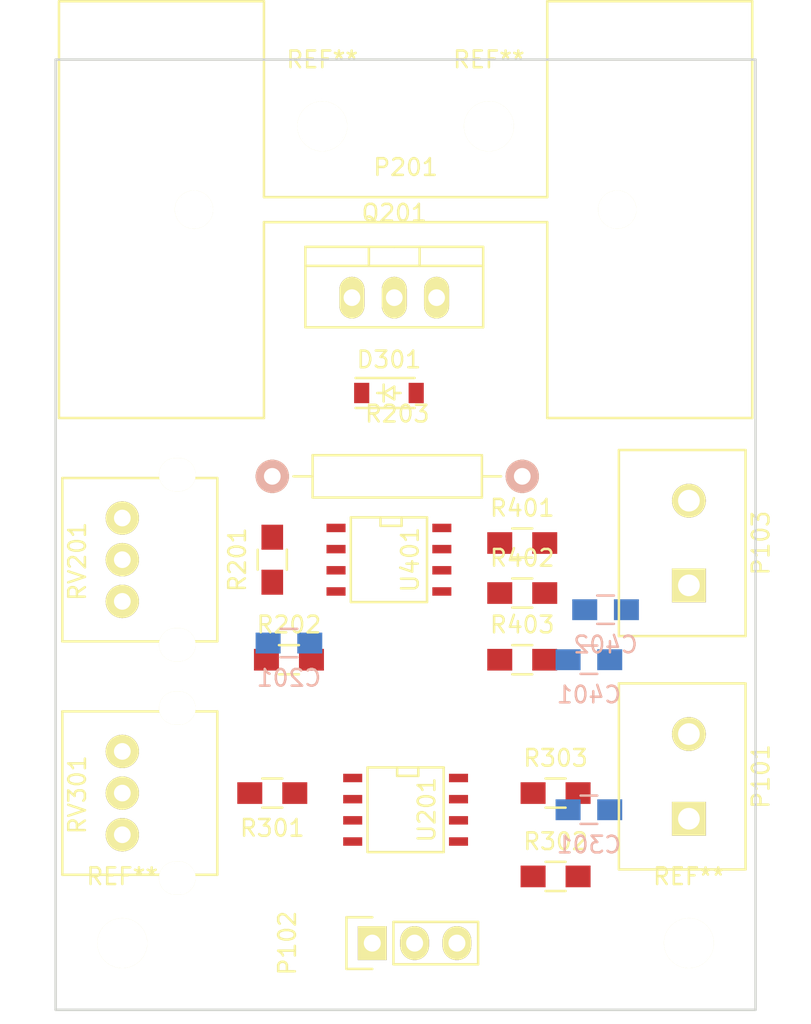
<source format=kicad_pcb>
(kicad_pcb (version 4) (host pcbnew 4.0.2+e4-6225~38~ubuntu14.04.1-stable)

  (general
    (links 44)
    (no_connects 44)
    (area 116.510714 64.224999 179.489286 124.075001)
    (thickness 1.6)
    (drawings 4)
    (tracks 0)
    (zones 0)
    (modules 27)
    (nets 17)
  )

  (page A4)
  (layers
    (0 F.Cu signal)
    (31 B.Cu signal hide)
    (32 B.Adhes user hide)
    (33 F.Adhes user)
    (34 B.Paste user hide)
    (35 F.Paste user)
    (36 B.SilkS user hide)
    (37 F.SilkS user)
    (38 B.Mask user hide)
    (39 F.Mask user)
    (40 Dwgs.User user)
    (41 Cmts.User user)
    (42 Eco1.User user)
    (43 Eco2.User user)
    (44 Edge.Cuts user)
    (45 Margin user)
    (46 B.CrtYd user hide)
    (47 F.CrtYd user)
    (48 B.Fab user hide)
    (49 F.Fab user)
  )

  (setup
    (last_trace_width 0.25)
    (trace_clearance 0.2)
    (zone_clearance 0.508)
    (zone_45_only no)
    (trace_min 0.2)
    (segment_width 0.2)
    (edge_width 0.15)
    (via_size 0.6)
    (via_drill 0.4)
    (via_min_size 0.4)
    (via_min_drill 0.3)
    (uvia_size 0.3)
    (uvia_drill 0.1)
    (uvias_allowed no)
    (uvia_min_size 0.2)
    (uvia_min_drill 0.1)
    (pcb_text_width 0.3)
    (pcb_text_size 1.5 1.5)
    (mod_edge_width 0.15)
    (mod_text_size 1 1)
    (mod_text_width 0.15)
    (pad_size 1.524 1.524)
    (pad_drill 0.762)
    (pad_to_mask_clearance 0.2)
    (aux_axis_origin 0 0)
    (visible_elements FFFEF33F)
    (pcbplotparams
      (layerselection 0x00030_80000001)
      (usegerberextensions false)
      (excludeedgelayer true)
      (linewidth 0.100000)
      (plotframeref false)
      (viasonmask false)
      (mode 1)
      (useauxorigin false)
      (hpglpennumber 1)
      (hpglpenspeed 20)
      (hpglpendiameter 15)
      (hpglpenoverlay 2)
      (psnegative false)
      (psa4output false)
      (plotreference true)
      (plotvalue true)
      (plotinvisibletext false)
      (padsonsilk false)
      (subtractmaskfromsilk false)
      (outputformat 1)
      (mirror false)
      (drillshape 1)
      (scaleselection 1)
      (outputdirectory ""))
  )

  (net 0 "")
  (net 1 2.7V)
  (net 2 GND)
  (net 3 "/Power Regulation/Vin")
  (net 4 "Net-(D301-Pad1)")
  (net 5 "/Current Control/FET_Gate")
  (net 6 "Net-(P101-Pad1)")
  (net 7 "/Current Control/Current_Sink+")
  (net 8 "Net-(Q201-Pad3)")
  (net 9 "Net-(R202-Pad2)")
  (net 10 "Net-(R302-Pad2)")
  (net 11 "Net-(R401-Pad1)")
  (net 12 "Net-(R402-Pad2)")
  (net 13 "Net-(RV301-Pad1)")
  (net 14 "Net-(R201-Pad2)")
  (net 15 "Net-(R301-Pad2)")
  (net 16 "Net-(RV201-Pad3)")

  (net_class Default "This is the default net class."
    (clearance 0.2)
    (trace_width 0.25)
    (via_dia 0.6)
    (via_drill 0.4)
    (uvia_dia 0.3)
    (uvia_drill 0.1)
    (add_net "/Current Control/Current_Sink+")
    (add_net "/Current Control/FET_Gate")
    (add_net "/Power Regulation/Vin")
    (add_net 2.7V)
    (add_net GND)
    (add_net "Net-(D301-Pad1)")
    (add_net "Net-(P101-Pad1)")
    (add_net "Net-(Q201-Pad3)")
    (add_net "Net-(R201-Pad2)")
    (add_net "Net-(R202-Pad2)")
    (add_net "Net-(R301-Pad2)")
    (add_net "Net-(R302-Pad2)")
    (add_net "Net-(R401-Pad1)")
    (add_net "Net-(R402-Pad2)")
    (add_net "Net-(RV201-Pad3)")
    (add_net "Net-(RV301-Pad1)")
  )

  (module Mounting_Holes:MountingHole_3mm (layer F.Cu) (tedit 56D1B4CB) (tstamp 5761DD24)
    (at 153 71)
    (descr "Mounting Hole 3mm, no annular")
    (tags "mounting hole 3mm no annular")
    (fp_text reference REF** (at 0 -4) (layer F.SilkS)
      (effects (font (size 1 1) (thickness 0.15)))
    )
    (fp_text value MountingHole_3mm (at 0 4) (layer F.Fab)
      (effects (font (size 1 1) (thickness 0.15)))
    )
    (fp_circle (center 0 0) (end 3 0) (layer Cmts.User) (width 0.15))
    (fp_circle (center 0 0) (end 3.25 0) (layer F.CrtYd) (width 0.05))
    (pad 1 np_thru_hole circle (at 0 0) (size 3 3) (drill 3) (layers *.Cu *.Mask F.SilkS))
  )

  (module CSOS:FA-T220-38E (layer F.Cu) (tedit 575F3EFA) (tstamp 575F4099)
    (at 148 76)
    (path /575CD3DC/575F34AB)
    (fp_text reference P201 (at 0 -2.54) (layer F.SilkS)
      (effects (font (size 1 1) (thickness 0.15)))
    )
    (fp_text value CONN_01X01 (at 0 -4.445) (layer F.Fab)
      (effects (font (size 1 1) (thickness 0.15)))
    )
    (fp_line (start -20.8 -12.5) (end -8.5 -12.5) (layer F.SilkS) (width 0.15))
    (fp_line (start 8.5 -12.5) (end 20.8 -12.5) (layer F.SilkS) (width 0.15))
    (fp_line (start 8.5 12.5) (end 20.8 12.5) (layer F.SilkS) (width 0.15))
    (fp_line (start -20.8 12.5) (end -8.5 12.5) (layer F.SilkS) (width 0.15))
    (fp_line (start 8.5 -0.75) (end 8.5 -12.5) (layer F.SilkS) (width 0.15))
    (fp_line (start -8.5 -0.75) (end -8.5 -12.5) (layer F.SilkS) (width 0.15))
    (fp_line (start 8.5 0.75) (end 8.5 12.5) (layer F.SilkS) (width 0.15))
    (fp_line (start -8.5 0.75) (end -8.5 12.5) (layer F.SilkS) (width 0.15))
    (fp_line (start -8.5 0.75) (end 8.5 0.75) (layer F.SilkS) (width 0.15))
    (fp_line (start -8.5 -0.75) (end 8.5 -0.75) (layer F.SilkS) (width 0.15))
    (fp_line (start -20.8 -12.5) (end -20.8 12.5) (layer F.SilkS) (width 0.15))
    (fp_line (start 20.8 -12.5) (end 20.8 12.5) (layer F.SilkS) (width 0.15))
    (pad "" np_thru_hole circle (at -12.7 0) (size 2.3 2.3) (drill 2.3) (layers *.Cu *.Mask F.SilkS))
    (pad "" np_thru_hole circle (at 12.7 0) (size 2.3 2.3) (drill 2.3) (layers *.Cu *.Mask F.SilkS))
  )

  (module Mounting_Holes:MountingHole_3mm (layer F.Cu) (tedit 56D1B4CB) (tstamp 5761DB37)
    (at 131 120)
    (descr "Mounting Hole 3mm, no annular")
    (tags "mounting hole 3mm no annular")
    (fp_text reference REF** (at 0 -4) (layer F.SilkS)
      (effects (font (size 1 1) (thickness 0.15)))
    )
    (fp_text value MountingHole_3mm (at 0 4) (layer F.Fab)
      (effects (font (size 1 1) (thickness 0.15)))
    )
    (fp_circle (center 0 0) (end 3 0) (layer Cmts.User) (width 0.15))
    (fp_circle (center 0 0) (end 3.25 0) (layer F.CrtYd) (width 0.05))
    (pad 1 np_thru_hole circle (at 0 0) (size 3 3) (drill 3) (layers *.Cu *.Mask F.SilkS))
  )

  (module Mounting_Holes:MountingHole_3mm (layer F.Cu) (tedit 56D1B4CB) (tstamp 5761DB28)
    (at 165 120)
    (descr "Mounting Hole 3mm, no annular")
    (tags "mounting hole 3mm no annular")
    (fp_text reference REF** (at 0 -4) (layer F.SilkS)
      (effects (font (size 1 1) (thickness 0.15)))
    )
    (fp_text value MountingHole_3mm (at 0 4) (layer F.Fab)
      (effects (font (size 1 1) (thickness 0.15)))
    )
    (fp_circle (center 0 0) (end 3 0) (layer Cmts.User) (width 0.15))
    (fp_circle (center 0 0) (end 3.25 0) (layer F.CrtYd) (width 0.05))
    (pad 1 np_thru_hole circle (at 0 0) (size 3 3) (drill 3) (layers *.Cu *.Mask F.SilkS))
  )

  (module Capacitors_SMD:C_0805_HandSoldering (layer B.Cu) (tedit 541A9B8D) (tstamp 575DF996)
    (at 141 102)
    (descr "Capacitor SMD 0805, hand soldering")
    (tags "capacitor 0805")
    (path /575CD3DC/575CD820)
    (attr smd)
    (fp_text reference C201 (at 0 2.1) (layer B.SilkS)
      (effects (font (size 1 1) (thickness 0.15)) (justify mirror))
    )
    (fp_text value C (at 0 -2.1) (layer B.Fab)
      (effects (font (size 1 1) (thickness 0.15)) (justify mirror))
    )
    (fp_line (start -2.3 1) (end 2.3 1) (layer B.CrtYd) (width 0.05))
    (fp_line (start -2.3 -1) (end 2.3 -1) (layer B.CrtYd) (width 0.05))
    (fp_line (start -2.3 1) (end -2.3 -1) (layer B.CrtYd) (width 0.05))
    (fp_line (start 2.3 1) (end 2.3 -1) (layer B.CrtYd) (width 0.05))
    (fp_line (start 0.5 0.85) (end -0.5 0.85) (layer B.SilkS) (width 0.15))
    (fp_line (start -0.5 -0.85) (end 0.5 -0.85) (layer B.SilkS) (width 0.15))
    (pad 1 smd rect (at -1.25 0) (size 1.5 1.25) (layers B.Cu B.Paste B.Mask)
      (net 1 2.7V))
    (pad 2 smd rect (at 1.25 0) (size 1.5 1.25) (layers B.Cu B.Paste B.Mask)
      (net 2 GND))
    (model Capacitors_SMD.3dshapes/C_0805_HandSoldering.wrl
      (at (xyz 0 0 0))
      (scale (xyz 1 1 1))
      (rotate (xyz 0 0 0))
    )
  )

  (module Capacitors_SMD:C_0805_HandSoldering (layer B.Cu) (tedit 541A9B8D) (tstamp 575DF99C)
    (at 159 112)
    (descr "Capacitor SMD 0805, hand soldering")
    (tags "capacitor 0805")
    (path /575D9BD7/575DE2B7)
    (attr smd)
    (fp_text reference C301 (at 0 2.1) (layer B.SilkS)
      (effects (font (size 1 1) (thickness 0.15)) (justify mirror))
    )
    (fp_text value C (at 0 -2.1) (layer B.Fab)
      (effects (font (size 1 1) (thickness 0.15)) (justify mirror))
    )
    (fp_line (start -2.3 1) (end 2.3 1) (layer B.CrtYd) (width 0.05))
    (fp_line (start -2.3 -1) (end 2.3 -1) (layer B.CrtYd) (width 0.05))
    (fp_line (start -2.3 1) (end -2.3 -1) (layer B.CrtYd) (width 0.05))
    (fp_line (start 2.3 1) (end 2.3 -1) (layer B.CrtYd) (width 0.05))
    (fp_line (start 0.5 0.85) (end -0.5 0.85) (layer B.SilkS) (width 0.15))
    (fp_line (start -0.5 -0.85) (end 0.5 -0.85) (layer B.SilkS) (width 0.15))
    (pad 1 smd rect (at -1.25 0) (size 1.5 1.25) (layers B.Cu B.Paste B.Mask)
      (net 1 2.7V))
    (pad 2 smd rect (at 1.25 0) (size 1.5 1.25) (layers B.Cu B.Paste B.Mask)
      (net 2 GND))
    (model Capacitors_SMD.3dshapes/C_0805_HandSoldering.wrl
      (at (xyz 0 0 0))
      (scale (xyz 1 1 1))
      (rotate (xyz 0 0 0))
    )
  )

  (module Capacitors_SMD:C_0805_HandSoldering (layer B.Cu) (tedit 541A9B8D) (tstamp 575DF9A2)
    (at 159 103)
    (descr "Capacitor SMD 0805, hand soldering")
    (tags "capacitor 0805")
    (path /575DA571/575DAEDB)
    (attr smd)
    (fp_text reference C401 (at 0 2.1) (layer B.SilkS)
      (effects (font (size 1 1) (thickness 0.15)) (justify mirror))
    )
    (fp_text value C (at 0 -2.1) (layer B.Fab)
      (effects (font (size 1 1) (thickness 0.15)) (justify mirror))
    )
    (fp_line (start -2.3 1) (end 2.3 1) (layer B.CrtYd) (width 0.05))
    (fp_line (start -2.3 -1) (end 2.3 -1) (layer B.CrtYd) (width 0.05))
    (fp_line (start -2.3 1) (end -2.3 -1) (layer B.CrtYd) (width 0.05))
    (fp_line (start 2.3 1) (end 2.3 -1) (layer B.CrtYd) (width 0.05))
    (fp_line (start 0.5 0.85) (end -0.5 0.85) (layer B.SilkS) (width 0.15))
    (fp_line (start -0.5 -0.85) (end 0.5 -0.85) (layer B.SilkS) (width 0.15))
    (pad 1 smd rect (at -1.25 0) (size 1.5 1.25) (layers B.Cu B.Paste B.Mask)
      (net 3 "/Power Regulation/Vin"))
    (pad 2 smd rect (at 1.25 0) (size 1.5 1.25) (layers B.Cu B.Paste B.Mask)
      (net 2 GND))
    (model Capacitors_SMD.3dshapes/C_0805_HandSoldering.wrl
      (at (xyz 0 0 0))
      (scale (xyz 1 1 1))
      (rotate (xyz 0 0 0))
    )
  )

  (module Capacitors_SMD:C_0805_HandSoldering (layer B.Cu) (tedit 541A9B8D) (tstamp 575DF9A8)
    (at 160 100)
    (descr "Capacitor SMD 0805, hand soldering")
    (tags "capacitor 0805")
    (path /575DA571/575DAED4)
    (attr smd)
    (fp_text reference C402 (at 0 2.1) (layer B.SilkS)
      (effects (font (size 1 1) (thickness 0.15)) (justify mirror))
    )
    (fp_text value C (at 0 -2.1) (layer B.Fab)
      (effects (font (size 1 1) (thickness 0.15)) (justify mirror))
    )
    (fp_line (start -2.3 1) (end 2.3 1) (layer B.CrtYd) (width 0.05))
    (fp_line (start -2.3 -1) (end 2.3 -1) (layer B.CrtYd) (width 0.05))
    (fp_line (start -2.3 1) (end -2.3 -1) (layer B.CrtYd) (width 0.05))
    (fp_line (start 2.3 1) (end 2.3 -1) (layer B.CrtYd) (width 0.05))
    (fp_line (start 0.5 0.85) (end -0.5 0.85) (layer B.SilkS) (width 0.15))
    (fp_line (start -0.5 -0.85) (end 0.5 -0.85) (layer B.SilkS) (width 0.15))
    (pad 1 smd rect (at -1.25 0) (size 1.5 1.25) (layers B.Cu B.Paste B.Mask)
      (net 1 2.7V))
    (pad 2 smd rect (at 1.25 0) (size 1.5 1.25) (layers B.Cu B.Paste B.Mask)
      (net 2 GND))
    (model Capacitors_SMD.3dshapes/C_0805_HandSoldering.wrl
      (at (xyz 0 0 0))
      (scale (xyz 1 1 1))
      (rotate (xyz 0 0 0))
    )
  )

  (module Diodes_SMD:SOD-123 (layer F.Cu) (tedit 5530FCB9) (tstamp 575DF9AE)
    (at 147 87)
    (descr SOD-123)
    (tags SOD-123)
    (path /575D9BD7/575DE840)
    (attr smd)
    (fp_text reference D301 (at 0 -2) (layer F.SilkS)
      (effects (font (size 1 1) (thickness 0.15)))
    )
    (fp_text value D (at 0 2.1) (layer F.Fab)
      (effects (font (size 1 1) (thickness 0.15)))
    )
    (fp_line (start 0.3175 0) (end 0.6985 0) (layer F.SilkS) (width 0.15))
    (fp_line (start -0.6985 0) (end -0.3175 0) (layer F.SilkS) (width 0.15))
    (fp_line (start -0.3175 0) (end 0.3175 -0.381) (layer F.SilkS) (width 0.15))
    (fp_line (start 0.3175 -0.381) (end 0.3175 0.381) (layer F.SilkS) (width 0.15))
    (fp_line (start 0.3175 0.381) (end -0.3175 0) (layer F.SilkS) (width 0.15))
    (fp_line (start -0.3175 -0.508) (end -0.3175 0.508) (layer F.SilkS) (width 0.15))
    (fp_line (start -2.25 -1.05) (end 2.25 -1.05) (layer F.CrtYd) (width 0.05))
    (fp_line (start 2.25 -1.05) (end 2.25 1.05) (layer F.CrtYd) (width 0.05))
    (fp_line (start 2.25 1.05) (end -2.25 1.05) (layer F.CrtYd) (width 0.05))
    (fp_line (start -2.25 -1.05) (end -2.25 1.05) (layer F.CrtYd) (width 0.05))
    (fp_line (start -2 0.9) (end 1.54 0.9) (layer F.SilkS) (width 0.15))
    (fp_line (start -2 -0.9) (end 1.54 -0.9) (layer F.SilkS) (width 0.15))
    (pad 1 smd rect (at -1.635 0) (size 0.91 1.22) (layers F.Cu F.Paste F.Mask)
      (net 4 "Net-(D301-Pad1)"))
    (pad 2 smd rect (at 1.635 0) (size 0.91 1.22) (layers F.Cu F.Paste F.Mask)
      (net 5 "/Current Control/FET_Gate"))
  )

  (module TO_SOT_Packages_THT:TO-220_Neutral123_Vertical (layer F.Cu) (tedit 0) (tstamp 575DF9C8)
    (at 147.32 81.28)
    (descr "TO-220, Neutral, Vertical,")
    (tags "TO-220, Neutral, Vertical,")
    (path /575CD3DC/575CD7F1)
    (fp_text reference Q201 (at 0 -5.08) (layer F.SilkS)
      (effects (font (size 1 1) (thickness 0.15)))
    )
    (fp_text value BUK9575 (at 0 3.81) (layer F.Fab)
      (effects (font (size 1 1) (thickness 0.15)))
    )
    (fp_line (start -1.524 -3.048) (end -1.524 -1.905) (layer F.SilkS) (width 0.15))
    (fp_line (start 1.524 -3.048) (end 1.524 -1.905) (layer F.SilkS) (width 0.15))
    (fp_line (start 5.334 -1.905) (end 5.334 1.778) (layer F.SilkS) (width 0.15))
    (fp_line (start 5.334 1.778) (end -5.334 1.778) (layer F.SilkS) (width 0.15))
    (fp_line (start -5.334 1.778) (end -5.334 -1.905) (layer F.SilkS) (width 0.15))
    (fp_line (start 5.334 -3.048) (end 5.334 -1.905) (layer F.SilkS) (width 0.15))
    (fp_line (start 5.334 -1.905) (end -5.334 -1.905) (layer F.SilkS) (width 0.15))
    (fp_line (start -5.334 -1.905) (end -5.334 -3.048) (layer F.SilkS) (width 0.15))
    (fp_line (start 0 -3.048) (end -5.334 -3.048) (layer F.SilkS) (width 0.15))
    (fp_line (start 0 -3.048) (end 5.334 -3.048) (layer F.SilkS) (width 0.15))
    (pad 2 thru_hole oval (at 0 0 90) (size 2.49936 1.50114) (drill 1.00076) (layers *.Cu *.Mask F.SilkS)
      (net 5 "/Current Control/FET_Gate"))
    (pad 1 thru_hole oval (at -2.54 0 90) (size 2.49936 1.50114) (drill 1.00076) (layers *.Cu *.Mask F.SilkS)
      (net 7 "/Current Control/Current_Sink+"))
    (pad 3 thru_hole oval (at 2.54 0 90) (size 2.49936 1.50114) (drill 1.00076) (layers *.Cu *.Mask F.SilkS)
      (net 8 "Net-(Q201-Pad3)"))
    (model TO_SOT_Packages_THT.3dshapes/TO-220_Neutral123_Vertical.wrl
      (at (xyz 0 0 0))
      (scale (xyz 0.3937 0.3937 0.3937))
      (rotate (xyz 0 0 0))
    )
  )

  (module Resistors_SMD:R_0805_HandSoldering (layer F.Cu) (tedit 54189DEE) (tstamp 575DF9CE)
    (at 140 97 90)
    (descr "Resistor SMD 0805, hand soldering")
    (tags "resistor 0805")
    (path /575CD3DC/575CD7F8)
    (attr smd)
    (fp_text reference R201 (at 0 -2.1 90) (layer F.SilkS)
      (effects (font (size 1 1) (thickness 0.15)))
    )
    (fp_text value 68K (at 0 2.1 90) (layer F.Fab)
      (effects (font (size 1 1) (thickness 0.15)))
    )
    (fp_line (start -2.4 -1) (end 2.4 -1) (layer F.CrtYd) (width 0.05))
    (fp_line (start -2.4 1) (end 2.4 1) (layer F.CrtYd) (width 0.05))
    (fp_line (start -2.4 -1) (end -2.4 1) (layer F.CrtYd) (width 0.05))
    (fp_line (start 2.4 -1) (end 2.4 1) (layer F.CrtYd) (width 0.05))
    (fp_line (start 0.6 0.875) (end -0.6 0.875) (layer F.SilkS) (width 0.15))
    (fp_line (start -0.6 -0.875) (end 0.6 -0.875) (layer F.SilkS) (width 0.15))
    (pad 1 smd rect (at -1.35 0 90) (size 1.5 1.3) (layers F.Cu F.Paste F.Mask)
      (net 1 2.7V))
    (pad 2 smd rect (at 1.35 0 90) (size 1.5 1.3) (layers F.Cu F.Paste F.Mask)
      (net 14 "Net-(R201-Pad2)"))
    (model Resistors_SMD.3dshapes/R_0805_HandSoldering.wrl
      (at (xyz 0 0 0))
      (scale (xyz 1 1 1))
      (rotate (xyz 0 0 0))
    )
  )

  (module Resistors_SMD:R_0805_HandSoldering (layer F.Cu) (tedit 54189DEE) (tstamp 575DF9D4)
    (at 141 103)
    (descr "Resistor SMD 0805, hand soldering")
    (tags "resistor 0805")
    (path /575CD3DC/575D8253)
    (attr smd)
    (fp_text reference R202 (at 0 -2.1) (layer F.SilkS)
      (effects (font (size 1 1) (thickness 0.15)))
    )
    (fp_text value 1K (at 0 2.1) (layer F.Fab)
      (effects (font (size 1 1) (thickness 0.15)))
    )
    (fp_line (start -2.4 -1) (end 2.4 -1) (layer F.CrtYd) (width 0.05))
    (fp_line (start -2.4 1) (end 2.4 1) (layer F.CrtYd) (width 0.05))
    (fp_line (start -2.4 -1) (end -2.4 1) (layer F.CrtYd) (width 0.05))
    (fp_line (start 2.4 -1) (end 2.4 1) (layer F.CrtYd) (width 0.05))
    (fp_line (start 0.6 0.875) (end -0.6 0.875) (layer F.SilkS) (width 0.15))
    (fp_line (start -0.6 -0.875) (end 0.6 -0.875) (layer F.SilkS) (width 0.15))
    (pad 1 smd rect (at -1.35 0) (size 1.5 1.3) (layers F.Cu F.Paste F.Mask)
      (net 5 "/Current Control/FET_Gate"))
    (pad 2 smd rect (at 1.35 0) (size 1.5 1.3) (layers F.Cu F.Paste F.Mask)
      (net 9 "Net-(R202-Pad2)"))
    (model Resistors_SMD.3dshapes/R_0805_HandSoldering.wrl
      (at (xyz 0 0 0))
      (scale (xyz 1 1 1))
      (rotate (xyz 0 0 0))
    )
  )

  (module Resistors_ThroughHole:Resistor_Horizontal_RM15mm (layer F.Cu) (tedit 5761DA24) (tstamp 575DF9DA)
    (at 140 92)
    (descr "Resistor, Axial, RM 15mm,")
    (tags "Resistor Axial RM 15mm")
    (path /575CD3DC/575CD7E3)
    (fp_text reference R203 (at 7.5 -3.74904) (layer F.SilkS)
      (effects (font (size 1 1) (thickness 0.15)))
    )
    (fp_text value .1 (at 7.5 4.0005) (layer F.Fab) hide
      (effects (font (size 1 1) (thickness 0.15)))
    )
    (fp_line (start -1.25 1.5) (end -1.25 -1.5) (layer F.CrtYd) (width 0.05))
    (fp_line (start -1.25 -1.5) (end 16.25 -1.5) (layer F.CrtYd) (width 0.05))
    (fp_line (start 16.25 -1.5) (end 16.25 1.5) (layer F.CrtYd) (width 0.05))
    (fp_line (start 16.25 1.5) (end -1.25 1.5) (layer F.CrtYd) (width 0.05))
    (fp_line (start 2.42 -1.27) (end 2.42 1.27) (layer F.SilkS) (width 0.15))
    (fp_line (start 2.42 1.27) (end 12.58 1.27) (layer F.SilkS) (width 0.15))
    (fp_line (start 12.58 1.27) (end 12.58 -1.27) (layer F.SilkS) (width 0.15))
    (fp_line (start 12.58 -1.27) (end 2.42 -1.27) (layer F.SilkS) (width 0.15))
    (fp_line (start 13.73 0) (end 12.58 0) (layer F.SilkS) (width 0.15))
    (fp_line (start 1.27 0) (end 2.42 0) (layer F.SilkS) (width 0.15))
    (pad 1 thru_hole circle (at 0 0) (size 1.99898 1.99898) (drill 1.00076) (layers *.Cu *.SilkS *.Mask)
      (net 8 "Net-(Q201-Pad3)"))
    (pad 2 thru_hole circle (at 15 0) (size 1.99898 1.99898) (drill 1.00076) (layers *.Cu *.SilkS *.Mask)
      (net 2 GND))
    (model Resistors_ThroughHole.3dshapes/Resistor_Horizontal_RM15mm.wrl
      (at (xyz 0.295 0 0))
      (scale (xyz 0.395 0.4 0.4))
      (rotate (xyz 0 0 0))
    )
  )

  (module Resistors_SMD:R_0805_HandSoldering (layer F.Cu) (tedit 5761D995) (tstamp 575DF9E0)
    (at 140 111 180)
    (descr "Resistor SMD 0805, hand soldering")
    (tags "resistor 0805")
    (path /575D9BD7/575DE297)
    (attr smd)
    (fp_text reference R301 (at 0 -2.1 180) (layer F.SilkS)
      (effects (font (size 1 1) (thickness 0.15)))
    )
    (fp_text value 28.7K (at 0 2.1 180) (layer F.Fab) hide
      (effects (font (size 1 1) (thickness 0.15)))
    )
    (fp_line (start -2.4 -1) (end 2.4 -1) (layer F.CrtYd) (width 0.05))
    (fp_line (start -2.4 1) (end 2.4 1) (layer F.CrtYd) (width 0.05))
    (fp_line (start -2.4 -1) (end -2.4 1) (layer F.CrtYd) (width 0.05))
    (fp_line (start 2.4 -1) (end 2.4 1) (layer F.CrtYd) (width 0.05))
    (fp_line (start 0.6 0.875) (end -0.6 0.875) (layer F.SilkS) (width 0.15))
    (fp_line (start -0.6 -0.875) (end 0.6 -0.875) (layer F.SilkS) (width 0.15))
    (pad 1 smd rect (at -1.35 0 180) (size 1.5 1.3) (layers F.Cu F.Paste F.Mask)
      (net 1 2.7V))
    (pad 2 smd rect (at 1.35 0 180) (size 1.5 1.3) (layers F.Cu F.Paste F.Mask)
      (net 15 "Net-(R301-Pad2)"))
    (model Resistors_SMD.3dshapes/R_0805_HandSoldering.wrl
      (at (xyz 0 0 0))
      (scale (xyz 1 1 1))
      (rotate (xyz 0 0 0))
    )
  )

  (module Resistors_SMD:R_0805_HandSoldering (layer F.Cu) (tedit 5761D9A9) (tstamp 575DF9E6)
    (at 157 116)
    (descr "Resistor SMD 0805, hand soldering")
    (tags "resistor 0805")
    (path /575D9BD7/575DE94B)
    (attr smd)
    (fp_text reference R302 (at 0 -2.1) (layer F.SilkS)
      (effects (font (size 1 1) (thickness 0.15)))
    )
    (fp_text value 9K (at 0 2.1) (layer F.Fab) hide
      (effects (font (size 1 1) (thickness 0.15)))
    )
    (fp_line (start -2.4 -1) (end 2.4 -1) (layer F.CrtYd) (width 0.05))
    (fp_line (start -2.4 1) (end 2.4 1) (layer F.CrtYd) (width 0.05))
    (fp_line (start -2.4 -1) (end -2.4 1) (layer F.CrtYd) (width 0.05))
    (fp_line (start 2.4 -1) (end 2.4 1) (layer F.CrtYd) (width 0.05))
    (fp_line (start 0.6 0.875) (end -0.6 0.875) (layer F.SilkS) (width 0.15))
    (fp_line (start -0.6 -0.875) (end 0.6 -0.875) (layer F.SilkS) (width 0.15))
    (pad 1 smd rect (at -1.35 0) (size 1.5 1.3) (layers F.Cu F.Paste F.Mask)
      (net 7 "/Current Control/Current_Sink+"))
    (pad 2 smd rect (at 1.35 0) (size 1.5 1.3) (layers F.Cu F.Paste F.Mask)
      (net 10 "Net-(R302-Pad2)"))
    (model Resistors_SMD.3dshapes/R_0805_HandSoldering.wrl
      (at (xyz 0 0 0))
      (scale (xyz 1 1 1))
      (rotate (xyz 0 0 0))
    )
  )

  (module Resistors_SMD:R_0805_HandSoldering (layer F.Cu) (tedit 5761D998) (tstamp 575DF9EC)
    (at 157 111)
    (descr "Resistor SMD 0805, hand soldering")
    (tags "resistor 0805")
    (path /575D9BD7/575DEA24)
    (attr smd)
    (fp_text reference R303 (at 0 -2.1) (layer F.SilkS)
      (effects (font (size 1 1) (thickness 0.15)))
    )
    (fp_text value 1K (at 0 2.1) (layer F.Fab) hide
      (effects (font (size 1 1) (thickness 0.15)))
    )
    (fp_line (start -2.4 -1) (end 2.4 -1) (layer F.CrtYd) (width 0.05))
    (fp_line (start -2.4 1) (end 2.4 1) (layer F.CrtYd) (width 0.05))
    (fp_line (start -2.4 -1) (end -2.4 1) (layer F.CrtYd) (width 0.05))
    (fp_line (start 2.4 -1) (end 2.4 1) (layer F.CrtYd) (width 0.05))
    (fp_line (start 0.6 0.875) (end -0.6 0.875) (layer F.SilkS) (width 0.15))
    (fp_line (start -0.6 -0.875) (end 0.6 -0.875) (layer F.SilkS) (width 0.15))
    (pad 1 smd rect (at -1.35 0) (size 1.5 1.3) (layers F.Cu F.Paste F.Mask)
      (net 10 "Net-(R302-Pad2)"))
    (pad 2 smd rect (at 1.35 0) (size 1.5 1.3) (layers F.Cu F.Paste F.Mask)
      (net 2 GND))
    (model Resistors_SMD.3dshapes/R_0805_HandSoldering.wrl
      (at (xyz 0 0 0))
      (scale (xyz 1 1 1))
      (rotate (xyz 0 0 0))
    )
  )

  (module Resistors_SMD:R_0805_HandSoldering (layer F.Cu) (tedit 54189DEE) (tstamp 575DF9F2)
    (at 155 96)
    (descr "Resistor SMD 0805, hand soldering")
    (tags "resistor 0805")
    (path /575DA571/575DAEE2)
    (attr smd)
    (fp_text reference R401 (at 0 -2.1) (layer F.SilkS)
      (effects (font (size 1 1) (thickness 0.15)))
    )
    (fp_text value 0 (at 0 2.1) (layer F.Fab)
      (effects (font (size 1 1) (thickness 0.15)))
    )
    (fp_line (start -2.4 -1) (end 2.4 -1) (layer F.CrtYd) (width 0.05))
    (fp_line (start -2.4 1) (end 2.4 1) (layer F.CrtYd) (width 0.05))
    (fp_line (start -2.4 -1) (end -2.4 1) (layer F.CrtYd) (width 0.05))
    (fp_line (start 2.4 -1) (end 2.4 1) (layer F.CrtYd) (width 0.05))
    (fp_line (start 0.6 0.875) (end -0.6 0.875) (layer F.SilkS) (width 0.15))
    (fp_line (start -0.6 -0.875) (end 0.6 -0.875) (layer F.SilkS) (width 0.15))
    (pad 1 smd rect (at -1.35 0) (size 1.5 1.3) (layers F.Cu F.Paste F.Mask)
      (net 11 "Net-(R401-Pad1)"))
    (pad 2 smd rect (at 1.35 0) (size 1.5 1.3) (layers F.Cu F.Paste F.Mask)
      (net 2 GND))
    (model Resistors_SMD.3dshapes/R_0805_HandSoldering.wrl
      (at (xyz 0 0 0))
      (scale (xyz 1 1 1))
      (rotate (xyz 0 0 0))
    )
  )

  (module Resistors_SMD:R_0805_HandSoldering (layer F.Cu) (tedit 54189DEE) (tstamp 575DF9F8)
    (at 155 99)
    (descr "Resistor SMD 0805, hand soldering")
    (tags "resistor 0805")
    (path /575DA571/575DAF0A)
    (attr smd)
    (fp_text reference R402 (at 0 -2.1) (layer F.SilkS)
      (effects (font (size 1 1) (thickness 0.15)))
    )
    (fp_text value 27K (at 0 2.1) (layer F.Fab)
      (effects (font (size 1 1) (thickness 0.15)))
    )
    (fp_line (start -2.4 -1) (end 2.4 -1) (layer F.CrtYd) (width 0.05))
    (fp_line (start -2.4 1) (end 2.4 1) (layer F.CrtYd) (width 0.05))
    (fp_line (start -2.4 -1) (end -2.4 1) (layer F.CrtYd) (width 0.05))
    (fp_line (start 2.4 -1) (end 2.4 1) (layer F.CrtYd) (width 0.05))
    (fp_line (start 0.6 0.875) (end -0.6 0.875) (layer F.SilkS) (width 0.15))
    (fp_line (start -0.6 -0.875) (end 0.6 -0.875) (layer F.SilkS) (width 0.15))
    (pad 1 smd rect (at -1.35 0) (size 1.5 1.3) (layers F.Cu F.Paste F.Mask)
      (net 1 2.7V))
    (pad 2 smd rect (at 1.35 0) (size 1.5 1.3) (layers F.Cu F.Paste F.Mask)
      (net 12 "Net-(R402-Pad2)"))
    (model Resistors_SMD.3dshapes/R_0805_HandSoldering.wrl
      (at (xyz 0 0 0))
      (scale (xyz 1 1 1))
      (rotate (xyz 0 0 0))
    )
  )

  (module Resistors_SMD:R_0805_HandSoldering (layer F.Cu) (tedit 54189DEE) (tstamp 575DF9FE)
    (at 155 103)
    (descr "Resistor SMD 0805, hand soldering")
    (tags "resistor 0805")
    (path /575DA571/575DAF11)
    (attr smd)
    (fp_text reference R403 (at 0 -2.1) (layer F.SilkS)
      (effects (font (size 1 1) (thickness 0.15)))
    )
    (fp_text value 21.6K (at 0 2.1) (layer F.Fab)
      (effects (font (size 1 1) (thickness 0.15)))
    )
    (fp_line (start -2.4 -1) (end 2.4 -1) (layer F.CrtYd) (width 0.05))
    (fp_line (start -2.4 1) (end 2.4 1) (layer F.CrtYd) (width 0.05))
    (fp_line (start -2.4 -1) (end -2.4 1) (layer F.CrtYd) (width 0.05))
    (fp_line (start 2.4 -1) (end 2.4 1) (layer F.CrtYd) (width 0.05))
    (fp_line (start 0.6 0.875) (end -0.6 0.875) (layer F.SilkS) (width 0.15))
    (fp_line (start -0.6 -0.875) (end 0.6 -0.875) (layer F.SilkS) (width 0.15))
    (pad 1 smd rect (at -1.35 0) (size 1.5 1.3) (layers F.Cu F.Paste F.Mask)
      (net 12 "Net-(R402-Pad2)"))
    (pad 2 smd rect (at 1.35 0) (size 1.5 1.3) (layers F.Cu F.Paste F.Mask)
      (net 2 GND))
    (model Resistors_SMD.3dshapes/R_0805_HandSoldering.wrl
      (at (xyz 0 0 0))
      (scale (xyz 1 1 1))
      (rotate (xyz 0 0 0))
    )
  )

  (module SMD_Packages:SOIC-8-N (layer F.Cu) (tedit 5761D9B2) (tstamp 575DFA18)
    (at 148 112 270)
    (descr "Module Narrow CMS SOJ 8 pins large")
    (tags "CMS SOJ")
    (path /575CD3DC/575CD7DB)
    (attr smd)
    (fp_text reference U201 (at 0 -1.27 270) (layer F.SilkS)
      (effects (font (size 1 1) (thickness 0.15)))
    )
    (fp_text value LMV358 (at -0.4 1.62 270) (layer F.Fab)
      (effects (font (size 1 1) (thickness 0.15)))
    )
    (fp_line (start -2.54 -2.286) (end 2.54 -2.286) (layer F.SilkS) (width 0.15))
    (fp_line (start 2.54 -2.286) (end 2.54 2.286) (layer F.SilkS) (width 0.15))
    (fp_line (start 2.54 2.286) (end -2.54 2.286) (layer F.SilkS) (width 0.15))
    (fp_line (start -2.54 2.286) (end -2.54 -2.286) (layer F.SilkS) (width 0.15))
    (fp_line (start -2.54 -0.762) (end -2.032 -0.762) (layer F.SilkS) (width 0.15))
    (fp_line (start -2.032 -0.762) (end -2.032 0.508) (layer F.SilkS) (width 0.15))
    (fp_line (start -2.032 0.508) (end -2.54 0.508) (layer F.SilkS) (width 0.15))
    (pad 8 smd rect (at -1.905 -3.175 270) (size 0.508 1.143) (layers F.Cu F.Paste F.Mask)
      (net 1 2.7V))
    (pad 7 smd rect (at -0.635 -3.175 270) (size 0.508 1.143) (layers F.Cu F.Paste F.Mask)
      (net 4 "Net-(D301-Pad1)"))
    (pad 6 smd rect (at 0.635 -3.175 270) (size 0.508 1.143) (layers F.Cu F.Paste F.Mask)
      (net 10 "Net-(R302-Pad2)"))
    (pad 5 smd rect (at 1.905 -3.175 270) (size 0.508 1.143) (layers F.Cu F.Paste F.Mask)
      (net 15 "Net-(R301-Pad2)"))
    (pad 4 smd rect (at 1.905 3.175 270) (size 0.508 1.143) (layers F.Cu F.Paste F.Mask)
      (net 2 GND))
    (pad 3 smd rect (at 0.635 3.175 270) (size 0.508 1.143) (layers F.Cu F.Paste F.Mask)
      (net 14 "Net-(R201-Pad2)"))
    (pad 2 smd rect (at -0.635 3.175 270) (size 0.508 1.143) (layers F.Cu F.Paste F.Mask)
      (net 8 "Net-(Q201-Pad3)"))
    (pad 1 smd rect (at -1.905 3.175 270) (size 0.508 1.143) (layers F.Cu F.Paste F.Mask)
      (net 9 "Net-(R202-Pad2)"))
    (model SMD_Packages.3dshapes/SOIC-8-N.wrl
      (at (xyz 0 0 0))
      (scale (xyz 0.5 0.38 0.5))
      (rotate (xyz 0 0 0))
    )
  )

  (module SMD_Packages:SOIC-8-N (layer F.Cu) (tedit 5761DA34) (tstamp 575DFA24)
    (at 147 97 270)
    (descr "Module Narrow CMS SOJ 8 pins large")
    (tags "CMS SOJ")
    (path /575DA571/575DAF03)
    (attr smd)
    (fp_text reference U401 (at 0 -1.27 270) (layer F.SilkS)
      (effects (font (size 1 1) (thickness 0.15)))
    )
    (fp_text value LM2931D-R (at 0 1.27 270) (layer F.Fab) hide
      (effects (font (size 1 1) (thickness 0.15)))
    )
    (fp_line (start -2.54 -2.286) (end 2.54 -2.286) (layer F.SilkS) (width 0.15))
    (fp_line (start 2.54 -2.286) (end 2.54 2.286) (layer F.SilkS) (width 0.15))
    (fp_line (start 2.54 2.286) (end -2.54 2.286) (layer F.SilkS) (width 0.15))
    (fp_line (start -2.54 2.286) (end -2.54 -2.286) (layer F.SilkS) (width 0.15))
    (fp_line (start -2.54 -0.762) (end -2.032 -0.762) (layer F.SilkS) (width 0.15))
    (fp_line (start -2.032 -0.762) (end -2.032 0.508) (layer F.SilkS) (width 0.15))
    (fp_line (start -2.032 0.508) (end -2.54 0.508) (layer F.SilkS) (width 0.15))
    (pad 8 smd rect (at -1.905 -3.175 270) (size 0.508 1.143) (layers F.Cu F.Paste F.Mask)
      (net 3 "/Power Regulation/Vin"))
    (pad 7 smd rect (at -0.635 -3.175 270) (size 0.508 1.143) (layers F.Cu F.Paste F.Mask)
      (net 2 GND))
    (pad 6 smd rect (at 0.635 -3.175 270) (size 0.508 1.143) (layers F.Cu F.Paste F.Mask)
      (net 2 GND))
    (pad 5 smd rect (at 1.905 -3.175 270) (size 0.508 1.143) (layers F.Cu F.Paste F.Mask)
      (net 11 "Net-(R401-Pad1)"))
    (pad 4 smd rect (at 1.905 3.175 270) (size 0.508 1.143) (layers F.Cu F.Paste F.Mask)
      (net 12 "Net-(R402-Pad2)"))
    (pad 3 smd rect (at 0.635 3.175 270) (size 0.508 1.143) (layers F.Cu F.Paste F.Mask)
      (net 2 GND))
    (pad 2 smd rect (at -0.635 3.175 270) (size 0.508 1.143) (layers F.Cu F.Paste F.Mask)
      (net 2 GND))
    (pad 1 smd rect (at -1.905 3.175 270) (size 0.508 1.143) (layers F.Cu F.Paste F.Mask)
      (net 1 2.7V))
    (model SMD_Packages.3dshapes/SOIC-8-N.wrl
      (at (xyz 0 0 0))
      (scale (xyz 0.5 0.38 0.5))
      (rotate (xyz 0 0 0))
    )
  )

  (module CSOS:Terminal_Block_200_mil (layer F.Cu) (tedit 57609574) (tstamp 576096B2)
    (at 165 110 90)
    (descr "Through hole pin header")
    (tags "pin header")
    (path /574C4DEE)
    (fp_text reference P101 (at 0 4.318 90) (layer F.SilkS)
      (effects (font (size 1 1) (thickness 0.15)))
    )
    (fp_text value CONN_01X02 (at 0 -5.334 90) (layer F.Fab)
      (effects (font (size 1 1) (thickness 0.15)))
    )
    (fp_line (start 5.58 -4.2) (end 5.58 3.4) (layer F.SilkS) (width 0.15))
    (fp_line (start -5.58 -4.2) (end 5.58 -4.2) (layer F.SilkS) (width 0.15))
    (fp_line (start -6.6 3.4) (end 6.6 3.4) (layer F.CrtYd) (width 0.05))
    (fp_line (start -6.6 -4.2) (end 6.6 -4.2) (layer F.CrtYd) (width 0.05))
    (fp_line (start -6.6 3.4) (end -6.6 -4.2) (layer F.CrtYd) (width 0.05))
    (fp_line (start 6.6 3.4) (end 6.6 -4.2) (layer F.CrtYd) (width 0.05))
    (fp_line (start -5.58 3.4) (end 5.58 3.4) (layer F.SilkS) (width 0.15))
    (fp_line (start -5.58 3.4) (end -5.58 -4.2) (layer F.SilkS) (width 0.15))
    (pad 1 thru_hole rect (at -2.54 0 270) (size 2.032 2.032) (drill 1.3) (layers *.Cu *.Mask F.SilkS)
      (net 6 "Net-(P101-Pad1)"))
    (pad 2 thru_hole oval (at 2.54 0 270) (size 2.032 2.032) (drill 1.3) (layers *.Cu *.Mask F.SilkS)
      (net 2 GND))
    (model Pin_Headers.3dshapes/Pin_Header_Straight_1x02.wrl
      (at (xyz 0 -0.05 0))
      (scale (xyz 1 1 1))
      (rotate (xyz 0 0 90))
    )
  )

  (module Pin_Headers:Pin_Header_Straight_1x03 (layer F.Cu) (tedit 5761D99D) (tstamp 576096BF)
    (at 146 120 90)
    (descr "Through hole pin header")
    (tags "pin header")
    (path /574C18ED)
    (fp_text reference P102 (at 0 -5.1 90) (layer F.SilkS)
      (effects (font (size 1 1) (thickness 0.15)))
    )
    (fp_text value CONN_01X03 (at 0 -3.1 90) (layer F.Fab) hide
      (effects (font (size 1 1) (thickness 0.15)))
    )
    (fp_line (start -1.75 -1.75) (end -1.75 6.85) (layer F.CrtYd) (width 0.05))
    (fp_line (start 1.75 -1.75) (end 1.75 6.85) (layer F.CrtYd) (width 0.05))
    (fp_line (start -1.75 -1.75) (end 1.75 -1.75) (layer F.CrtYd) (width 0.05))
    (fp_line (start -1.75 6.85) (end 1.75 6.85) (layer F.CrtYd) (width 0.05))
    (fp_line (start -1.27 1.27) (end -1.27 6.35) (layer F.SilkS) (width 0.15))
    (fp_line (start -1.27 6.35) (end 1.27 6.35) (layer F.SilkS) (width 0.15))
    (fp_line (start 1.27 6.35) (end 1.27 1.27) (layer F.SilkS) (width 0.15))
    (fp_line (start 1.55 -1.55) (end 1.55 0) (layer F.SilkS) (width 0.15))
    (fp_line (start 1.27 1.27) (end -1.27 1.27) (layer F.SilkS) (width 0.15))
    (fp_line (start -1.55 0) (end -1.55 -1.55) (layer F.SilkS) (width 0.15))
    (fp_line (start -1.55 -1.55) (end 1.55 -1.55) (layer F.SilkS) (width 0.15))
    (pad 1 thru_hole rect (at 0 0 90) (size 2.032 1.7272) (drill 1.016) (layers *.Cu *.Mask F.SilkS)
      (net 6 "Net-(P101-Pad1)"))
    (pad 2 thru_hole oval (at 0 2.54 90) (size 2.032 1.7272) (drill 1.016) (layers *.Cu *.Mask F.SilkS)
      (net 3 "/Power Regulation/Vin"))
    (pad 3 thru_hole oval (at 0 5.08 90) (size 2.032 1.7272) (drill 1.016) (layers *.Cu *.Mask F.SilkS)
      (net 7 "/Current Control/Current_Sink+"))
    (model Pin_Headers.3dshapes/Pin_Header_Straight_1x03.wrl
      (at (xyz 0 -0.1 0))
      (scale (xyz 1 1 1))
      (rotate (xyz 0 0 90))
    )
  )

  (module CSOS:Terminal_Block_200_mil (layer F.Cu) (tedit 57609574) (tstamp 576096D0)
    (at 165 96 90)
    (descr "Through hole pin header")
    (tags "pin header")
    (path /5747A1AB)
    (fp_text reference P103 (at 0 4.318 90) (layer F.SilkS)
      (effects (font (size 1 1) (thickness 0.15)))
    )
    (fp_text value CONN_01X02 (at 0 -5.334 90) (layer F.Fab)
      (effects (font (size 1 1) (thickness 0.15)))
    )
    (fp_line (start 5.58 -4.2) (end 5.58 3.4) (layer F.SilkS) (width 0.15))
    (fp_line (start -5.58 -4.2) (end 5.58 -4.2) (layer F.SilkS) (width 0.15))
    (fp_line (start -6.6 3.4) (end 6.6 3.4) (layer F.CrtYd) (width 0.05))
    (fp_line (start -6.6 -4.2) (end 6.6 -4.2) (layer F.CrtYd) (width 0.05))
    (fp_line (start -6.6 3.4) (end -6.6 -4.2) (layer F.CrtYd) (width 0.05))
    (fp_line (start 6.6 3.4) (end 6.6 -4.2) (layer F.CrtYd) (width 0.05))
    (fp_line (start -5.58 3.4) (end 5.58 3.4) (layer F.SilkS) (width 0.15))
    (fp_line (start -5.58 3.4) (end -5.58 -4.2) (layer F.SilkS) (width 0.15))
    (pad 1 thru_hole rect (at -2.54 0 270) (size 2.032 2.032) (drill 1.3) (layers *.Cu *.Mask F.SilkS)
      (net 7 "/Current Control/Current_Sink+"))
    (pad 2 thru_hole oval (at 2.54 0 270) (size 2.032 2.032) (drill 1.3) (layers *.Cu *.Mask F.SilkS)
      (net 2 GND))
    (model Pin_Headers.3dshapes/Pin_Header_Straight_1x02.wrl
      (at (xyz 0 -0.05 0))
      (scale (xyz 1 1 1))
      (rotate (xyz 0 0 90))
    )
  )

  (module CSOS:P090L-02F25BR10K (layer F.Cu) (tedit 5760A8D3) (tstamp 5760AA4B)
    (at 131 97 270)
    (path /575CD3DC/575CD805)
    (fp_text reference RV201 (at 0.1 2.7 270) (layer F.SilkS)
      (effects (font (size 1 1) (thickness 0.15)))
    )
    (fp_text value 10K (at 0 -6.7 270) (layer F.Fab)
      (effects (font (size 1 1) (thickness 0.15)))
    )
    (fp_line (start -4.9 3.6) (end 4.9 3.6) (layer F.SilkS) (width 0.15))
    (fp_line (start -4.9 -5.7) (end 4.9 -5.7) (layer F.SilkS) (width 0.15))
    (fp_line (start 4.9 -5.7) (end 4.9 3.6) (layer F.SilkS) (width 0.15))
    (fp_line (start -4.9 -5.7) (end -4.9 3.6) (layer F.SilkS) (width 0.15))
    (pad "" np_thru_hole oval (at -5.1 -3.3 270) (size 2 2.2) (drill oval 2 2.2) (layers *.Cu *.Mask F.SilkS))
    (pad 1 thru_hole circle (at -2.5 0 270) (size 2 2) (drill 1) (layers *.Cu *.Mask F.SilkS)
      (net 14 "Net-(R201-Pad2)"))
    (pad 2 thru_hole circle (at 0 0 270) (size 2 2) (drill 1) (layers *.Cu *.Mask F.SilkS)
      (net 2 GND))
    (pad 3 thru_hole circle (at 2.5 0 270) (size 2 2) (drill 1) (layers *.Cu *.Mask F.SilkS)
      (net 16 "Net-(RV201-Pad3)"))
    (pad "" np_thru_hole oval (at 5.1 -3.3 270) (size 2 2.2) (drill oval 2 2.2) (layers *.Cu *.Mask F.SilkS))
  )

  (module CSOS:P090L-02F25BR10K (layer F.Cu) (tedit 5760A8D3) (tstamp 5760AA57)
    (at 131 111 270)
    (path /575D9BD7/575DE2A4)
    (fp_text reference RV301 (at 0.1 2.7 270) (layer F.SilkS)
      (effects (font (size 1 1) (thickness 0.15)))
    )
    (fp_text value 10K (at 0 -6.7 270) (layer F.Fab)
      (effects (font (size 1 1) (thickness 0.15)))
    )
    (fp_line (start -4.9 3.6) (end 4.9 3.6) (layer F.SilkS) (width 0.15))
    (fp_line (start -4.9 -5.7) (end 4.9 -5.7) (layer F.SilkS) (width 0.15))
    (fp_line (start 4.9 -5.7) (end 4.9 3.6) (layer F.SilkS) (width 0.15))
    (fp_line (start -4.9 -5.7) (end -4.9 3.6) (layer F.SilkS) (width 0.15))
    (pad "" np_thru_hole oval (at -5.1 -3.3 270) (size 2 2.2) (drill oval 2 2.2) (layers *.Cu *.Mask F.SilkS))
    (pad 1 thru_hole circle (at -2.5 0 270) (size 2 2) (drill 1) (layers *.Cu *.Mask F.SilkS)
      (net 13 "Net-(RV301-Pad1)"))
    (pad 2 thru_hole circle (at 0 0 270) (size 2 2) (drill 1) (layers *.Cu *.Mask F.SilkS)
      (net 15 "Net-(R301-Pad2)"))
    (pad 3 thru_hole circle (at 2.5 0 270) (size 2 2) (drill 1) (layers *.Cu *.Mask F.SilkS)
      (net 2 GND))
    (pad "" np_thru_hole oval (at 5.1 -3.3 270) (size 2 2.2) (drill oval 2 2.2) (layers *.Cu *.Mask F.SilkS))
  )

  (module Mounting_Holes:MountingHole_3mm (layer F.Cu) (tedit 56D1B4CB) (tstamp 5761D7AF)
    (at 143 71)
    (descr "Mounting Hole 3mm, no annular")
    (tags "mounting hole 3mm no annular")
    (fp_text reference REF** (at 0 -4) (layer F.SilkS)
      (effects (font (size 1 1) (thickness 0.15)))
    )
    (fp_text value MountingHole_3mm (at 0 4) (layer F.Fab)
      (effects (font (size 1 1) (thickness 0.15)))
    )
    (fp_circle (center 0 0) (end 3 0) (layer Cmts.User) (width 0.15))
    (fp_circle (center 0 0) (end 3.25 0) (layer F.CrtYd) (width 0.05))
    (pad 1 np_thru_hole circle (at 0 0) (size 3 3) (drill 3) (layers *.Cu *.Mask F.SilkS))
  )

  (gr_line (start 127 124) (end 169 124) (angle 90) (layer Edge.Cuts) (width 0.15))
  (gr_line (start 127 67) (end 169 67) (angle 90) (layer Edge.Cuts) (width 0.15))
  (gr_line (start 127 67) (end 127 124) (angle 90) (layer Edge.Cuts) (width 0.15))
  (gr_line (start 169 67) (end 169 124) (angle 90) (layer Edge.Cuts) (width 0.15))

)

</source>
